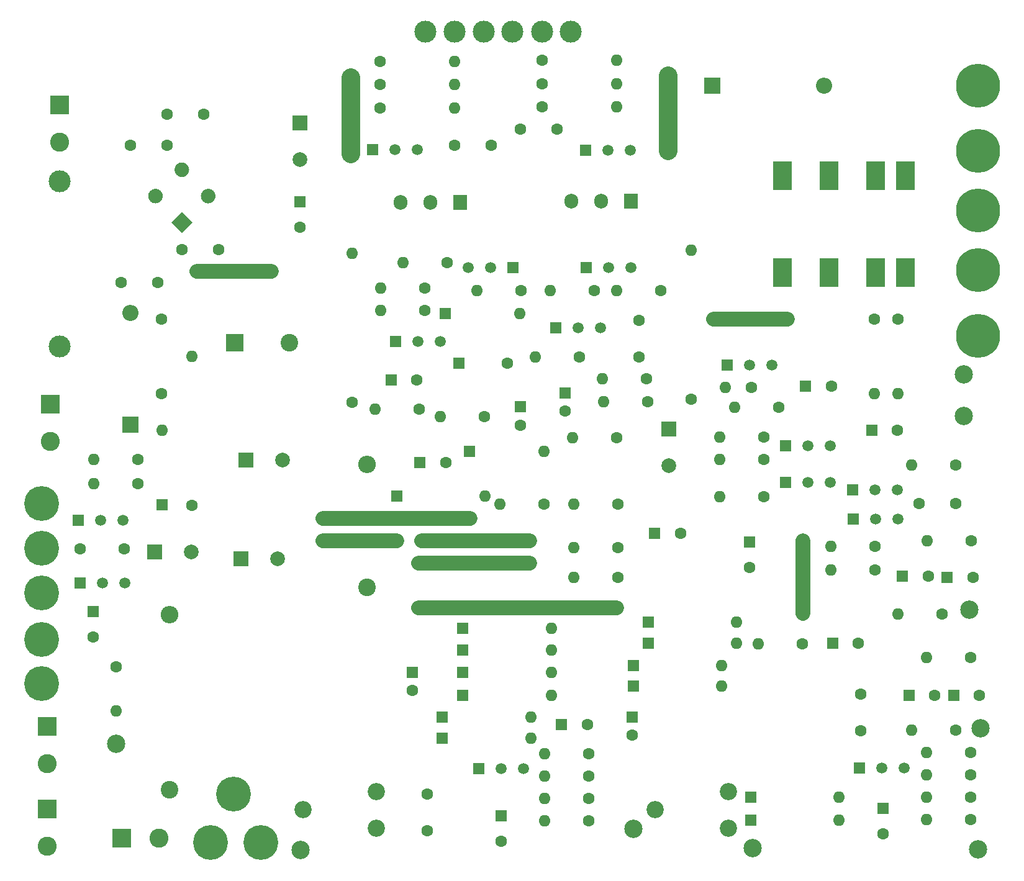
<source format=gbr>
G04 #@! TF.GenerationSoftware,KiCad,Pcbnew,5.1.7*
G04 #@! TF.CreationDate,2020-11-28T14:23:16-05:00*
G04 #@! TF.ProjectId,CR-2020 relay board LC-67183-1,43522d32-3032-4302-9072-656c61792062,1*
G04 #@! TF.SameCoordinates,Original*
G04 #@! TF.FileFunction,Copper,L1,Top*
G04 #@! TF.FilePolarity,Positive*
%FSLAX46Y46*%
G04 Gerber Fmt 4.6, Leading zero omitted, Abs format (unit mm)*
G04 Created by KiCad (PCBNEW 5.1.7) date 2020-11-28 14:23:16*
%MOMM*%
%LPD*%
G01*
G04 APERTURE LIST*
G04 #@! TA.AperFunction,ComponentPad*
%ADD10C,1.600000*%
G04 #@! TD*
G04 #@! TA.AperFunction,ComponentPad*
%ADD11R,1.600000X1.600000*%
G04 #@! TD*
G04 #@! TA.AperFunction,ComponentPad*
%ADD12O,1.600000X1.600000*%
G04 #@! TD*
G04 #@! TA.AperFunction,ComponentPad*
%ADD13O,2.400000X2.400000*%
G04 #@! TD*
G04 #@! TA.AperFunction,ComponentPad*
%ADD14C,2.400000*%
G04 #@! TD*
G04 #@! TA.AperFunction,ComponentPad*
%ADD15C,2.500000*%
G04 #@! TD*
G04 #@! TA.AperFunction,ComponentPad*
%ADD16C,4.750000*%
G04 #@! TD*
G04 #@! TA.AperFunction,ComponentPad*
%ADD17C,6.000000*%
G04 #@! TD*
G04 #@! TA.AperFunction,ComponentPad*
%ADD18C,2.340000*%
G04 #@! TD*
G04 #@! TA.AperFunction,ComponentPad*
%ADD19R,2.600000X2.600000*%
G04 #@! TD*
G04 #@! TA.AperFunction,ComponentPad*
%ADD20C,2.600000*%
G04 #@! TD*
G04 #@! TA.AperFunction,ComponentPad*
%ADD21C,3.000000*%
G04 #@! TD*
G04 #@! TA.AperFunction,ComponentPad*
%ADD22R,2.500000X4.000000*%
G04 #@! TD*
G04 #@! TA.AperFunction,ComponentPad*
%ADD23R,1.500000X1.500000*%
G04 #@! TD*
G04 #@! TA.AperFunction,ComponentPad*
%ADD24C,1.500000*%
G04 #@! TD*
G04 #@! TA.AperFunction,ComponentPad*
%ADD25C,2.000000*%
G04 #@! TD*
G04 #@! TA.AperFunction,ComponentPad*
%ADD26R,2.000000X2.000000*%
G04 #@! TD*
G04 #@! TA.AperFunction,ComponentPad*
%ADD27R,2.400000X2.400000*%
G04 #@! TD*
G04 #@! TA.AperFunction,ComponentPad*
%ADD28O,2.200000X2.200000*%
G04 #@! TD*
G04 #@! TA.AperFunction,ComponentPad*
%ADD29R,2.200000X2.200000*%
G04 #@! TD*
G04 #@! TA.AperFunction,ComponentPad*
%ADD30O,1.905000X2.000000*%
G04 #@! TD*
G04 #@! TA.AperFunction,ComponentPad*
%ADD31R,1.905000X2.000000*%
G04 #@! TD*
G04 #@! TA.AperFunction,ComponentPad*
%ADD32C,0.100000*%
G04 #@! TD*
G04 #@! TA.AperFunction,ViaPad*
%ADD33C,0.889000*%
G04 #@! TD*
G04 #@! TA.AperFunction,Conductor*
%ADD34C,2.500000*%
G04 #@! TD*
G04 #@! TA.AperFunction,Conductor*
%ADD35C,2.000000*%
G04 #@! TD*
G04 APERTURE END LIST*
D10*
X80615800Y-108889800D03*
X74599800Y-108889800D03*
X85623400Y-87757000D03*
X85623400Y-77597000D03*
X85162400Y-72618600D03*
X80162400Y-72618600D03*
X93442800Y-68122800D03*
X88442800Y-68122800D03*
X86407000Y-53898800D03*
X81407000Y-53898800D03*
X91410800Y-49631600D03*
X86410800Y-49631600D03*
X130603000Y-53873400D03*
X125603000Y-53873400D03*
X139620000Y-51638200D03*
X134620000Y-51638200D03*
D11*
X117729000Y-101727000D03*
D12*
X129794000Y-101727000D03*
D13*
X113665000Y-97409000D03*
D14*
X113665000Y-114173000D03*
D13*
X86741000Y-117856000D03*
D14*
X86741000Y-141756000D03*
D15*
X79502000Y-135509000D03*
X195072000Y-85090000D03*
X195072000Y-90805000D03*
D16*
X99187000Y-148971000D03*
X92329000Y-148971000D03*
X95504000Y-142367000D03*
X69342000Y-102743000D03*
X69342000Y-108839000D03*
X69342000Y-114935000D03*
X69342000Y-121285000D03*
X69342000Y-127254000D03*
D15*
X196977000Y-149860000D03*
X166243000Y-149733000D03*
X149987000Y-147066000D03*
X104648000Y-149987000D03*
X197358000Y-133350000D03*
X195834000Y-117221000D03*
D17*
X196977000Y-79883000D03*
X196977000Y-70866000D03*
X196977000Y-45720000D03*
X196977000Y-54610000D03*
X196977000Y-62738000D03*
D18*
X162941000Y-146986000D03*
X152941000Y-144486000D03*
X162941000Y-141986000D03*
X114935000Y-146986000D03*
X104935000Y-144486000D03*
X114935000Y-141986000D03*
D19*
X80264000Y-148336000D03*
D20*
X85344000Y-148336000D03*
D19*
X70104000Y-144399000D03*
D20*
X70104000Y-149479000D03*
D19*
X70104000Y-133096000D03*
D20*
X70104000Y-138176000D03*
D21*
X121666000Y-38378000D03*
X125622000Y-38378000D03*
X129572000Y-38378000D03*
X133522000Y-38378000D03*
X137522000Y-38378000D03*
X141472000Y-38378000D03*
D19*
X70485000Y-89154000D03*
D20*
X70485000Y-94234000D03*
D19*
X71755000Y-48387000D03*
D20*
X71755000Y-53467000D03*
D22*
X187096400Y-71247000D03*
X183007000Y-71247000D03*
X176657000Y-71247000D03*
X170307000Y-71247000D03*
X170307000Y-58039000D03*
X176657000Y-58039000D03*
X183007000Y-58039000D03*
X187096400Y-58039000D03*
D21*
X71755000Y-58801000D03*
X71755000Y-81301000D03*
D12*
X123698000Y-90855800D03*
D10*
X129717800Y-90855800D03*
D12*
X114808000Y-89839800D03*
D10*
X120827800Y-89839800D03*
D23*
X133553200Y-70586600D03*
D24*
X127457200Y-70586600D03*
X130505200Y-70586600D03*
D12*
X128651000Y-73710800D03*
D10*
X134670800Y-73710800D03*
D12*
X141732000Y-93776800D03*
D10*
X147751800Y-93776800D03*
D12*
X115570000Y-76377800D03*
D10*
X121589800Y-76377800D03*
D12*
X115570000Y-73329800D03*
D10*
X121589800Y-73329800D03*
D12*
X118618000Y-69900800D03*
D10*
X124637800Y-69900800D03*
D12*
X145923000Y-88823800D03*
D10*
X151942800Y-88823800D03*
D12*
X145745200Y-85725000D03*
D10*
X151765000Y-85725000D03*
D12*
X136652000Y-82727800D03*
D10*
X142671800Y-82727800D03*
D23*
X143560800Y-70561200D03*
D24*
X149656800Y-70561200D03*
X146608800Y-70561200D03*
D12*
X147701000Y-73710800D03*
D10*
X153720800Y-73710800D03*
D12*
X138684000Y-73710800D03*
D10*
X144703800Y-73710800D03*
D12*
X141859000Y-112826800D03*
D10*
X147878800Y-112826800D03*
D12*
X141859000Y-108762800D03*
D10*
X147878800Y-108762800D03*
D12*
X141859000Y-102793800D03*
D10*
X147878800Y-102793800D03*
D12*
X131826000Y-102793800D03*
D10*
X137845800Y-102793800D03*
D12*
X161798000Y-101777800D03*
D10*
X167817800Y-101777800D03*
D12*
X161798000Y-96697800D03*
D10*
X167817800Y-96697800D03*
D12*
X161798000Y-93649800D03*
D10*
X167817800Y-93649800D03*
D12*
X163830000Y-89585800D03*
D10*
X169849800Y-89585800D03*
D12*
X162560000Y-86868000D03*
D10*
X166116000Y-86868000D03*
D12*
X187960000Y-97459800D03*
D10*
X193979800Y-97459800D03*
D12*
X190068200Y-107823000D03*
D10*
X196088000Y-107823000D03*
D12*
X176911000Y-111810800D03*
D10*
X182930800Y-111810800D03*
D12*
X176911000Y-108585000D03*
D10*
X182930800Y-108585000D03*
D12*
X167005000Y-121843800D03*
D10*
X173024800Y-121843800D03*
D12*
X186055000Y-117779800D03*
D10*
X192074800Y-117779800D03*
D12*
X189992000Y-123748800D03*
D10*
X196011800Y-123748800D03*
D12*
X189992000Y-145846800D03*
D10*
X196011800Y-145846800D03*
D12*
X189992000Y-142798800D03*
D10*
X196011800Y-142798800D03*
D12*
X189992000Y-139750800D03*
D10*
X196011800Y-139750800D03*
D12*
X189992000Y-136702800D03*
D10*
X196011800Y-136702800D03*
D12*
X187960000Y-133654800D03*
D10*
X193979800Y-133654800D03*
D12*
X137922000Y-136829800D03*
D10*
X143941800Y-136829800D03*
D12*
X137922000Y-139877800D03*
D10*
X143941800Y-139877800D03*
D12*
X137922000Y-145973800D03*
D10*
X143941800Y-145973800D03*
D12*
X137922000Y-142925800D03*
D10*
X143941800Y-142925800D03*
D12*
X79502000Y-130987800D03*
D10*
X79502000Y-124968000D03*
D12*
X76454000Y-99999800D03*
D10*
X82473800Y-99999800D03*
D12*
X76454000Y-96697800D03*
D10*
X82473800Y-96697800D03*
D12*
X186055000Y-87757000D03*
D10*
X186055000Y-77597000D03*
D12*
X182880000Y-87757000D03*
D10*
X182880000Y-77597000D03*
D12*
X147701000Y-48641000D03*
D10*
X137541000Y-48641000D03*
D12*
X147701000Y-42291000D03*
D10*
X137541000Y-42291000D03*
D12*
X147701000Y-45466000D03*
D10*
X137541000Y-45466000D03*
D12*
X125603000Y-42418000D03*
D10*
X115443000Y-42418000D03*
D12*
X125603000Y-48768000D03*
D10*
X115443000Y-48768000D03*
D12*
X125603000Y-45593000D03*
D10*
X115443000Y-45593000D03*
X132842000Y-83566000D03*
D11*
X126238000Y-83566000D03*
D10*
X120467000Y-85852000D03*
D11*
X116967000Y-85852000D03*
D10*
X124404000Y-97155000D03*
D11*
X120904000Y-97155000D03*
D10*
X134620000Y-92035000D03*
D11*
X134620000Y-89535000D03*
D10*
X140716000Y-90130000D03*
D11*
X140716000Y-87630000D03*
D25*
X154813000Y-97583000D03*
D26*
X154813000Y-92583000D03*
D10*
X176982000Y-86741000D03*
D11*
X173482000Y-86741000D03*
D10*
X185999000Y-92710000D03*
D11*
X182499000Y-92710000D03*
D10*
X165862000Y-111450000D03*
D11*
X165862000Y-107950000D03*
D10*
X180665000Y-121793000D03*
D11*
X177165000Y-121793000D03*
D10*
X196286000Y-112776000D03*
D11*
X192786000Y-112776000D03*
D10*
X190190000Y-112649000D03*
D11*
X186690000Y-112649000D03*
D10*
X76327000Y-120975000D03*
D11*
X76327000Y-117475000D03*
D10*
X143708000Y-132842000D03*
D11*
X140208000Y-132842000D03*
D10*
X197175000Y-128905000D03*
D11*
X193675000Y-128905000D03*
D10*
X191079000Y-128905000D03*
D11*
X187579000Y-128905000D03*
D10*
X184023000Y-147772000D03*
D11*
X184023000Y-144272000D03*
D10*
X149860000Y-134326000D03*
D11*
X149860000Y-131826000D03*
D10*
X119888000Y-128230000D03*
D11*
X119888000Y-125730000D03*
D10*
X131953000Y-148788000D03*
D11*
X131953000Y-145288000D03*
D25*
X89709000Y-109347000D03*
D26*
X84709000Y-109347000D03*
D25*
X101520000Y-110236000D03*
D26*
X96520000Y-110236000D03*
D25*
X102155000Y-96774000D03*
D26*
X97155000Y-96774000D03*
D12*
X89789000Y-82677000D03*
D10*
X89789000Y-102997000D03*
D14*
X103131000Y-80772000D03*
D27*
X95631000Y-80772000D03*
D10*
X104521000Y-65095000D03*
D11*
X104521000Y-61595000D03*
D25*
X104521000Y-55800000D03*
D26*
X104521000Y-50800000D03*
D10*
X156408000Y-106807000D03*
D11*
X152908000Y-106807000D03*
D10*
X150749000Y-77724000D03*
X150749000Y-82724000D03*
X193976000Y-102743000D03*
X188976000Y-102743000D03*
X180975000Y-128731000D03*
X180975000Y-133731000D03*
X121920000Y-142320000D03*
X121920000Y-147320000D03*
X157861000Y-88519000D03*
D12*
X157861000Y-68199000D03*
X111633000Y-68580000D03*
D10*
X111633000Y-88900000D03*
D28*
X176022000Y-45720000D03*
D29*
X160782000Y-45720000D03*
D12*
X137795000Y-95631000D03*
D11*
X127635000Y-95631000D03*
D12*
X85725000Y-92710000D03*
D11*
X85725000Y-102870000D03*
D12*
X134493000Y-76835000D03*
D11*
X124333000Y-76835000D03*
D28*
X81407000Y-76708000D03*
D29*
X81407000Y-91948000D03*
D11*
X165989000Y-145923000D03*
D12*
X178054000Y-145923000D03*
D11*
X165989000Y-142748000D03*
D12*
X178054000Y-142748000D03*
D11*
X123952000Y-134747000D03*
D12*
X136017000Y-134747000D03*
D11*
X123952000Y-131826000D03*
D12*
X136017000Y-131826000D03*
D11*
X149987000Y-127635000D03*
D12*
X162052000Y-127635000D03*
D11*
X149987000Y-124841000D03*
D12*
X162052000Y-124841000D03*
D11*
X152019000Y-121793000D03*
D12*
X164084000Y-121793000D03*
D11*
X152019000Y-118872000D03*
D12*
X164084000Y-118872000D03*
D11*
X126746000Y-128905000D03*
D12*
X138811000Y-128905000D03*
D11*
X126746000Y-125730000D03*
D12*
X138811000Y-125730000D03*
D11*
X126746000Y-122682000D03*
D12*
X138811000Y-122682000D03*
D11*
X126746000Y-119761000D03*
D12*
X138811000Y-119761000D03*
D30*
X141528800Y-61518800D03*
X145592800Y-61518800D03*
D31*
X149656800Y-61518800D03*
D30*
X118287800Y-61696600D03*
X122351800Y-61696600D03*
D31*
X126415800Y-61696600D03*
D23*
X74320400Y-105054400D03*
D24*
X80416400Y-105054400D03*
X77368400Y-105054400D03*
D23*
X74549000Y-113588800D03*
D24*
X80645000Y-113588800D03*
X77597000Y-113588800D03*
D23*
X128930400Y-138861800D03*
D24*
X135026400Y-138861800D03*
X131978400Y-138861800D03*
D23*
X180797200Y-138836400D03*
D24*
X186893200Y-138836400D03*
X183845200Y-138836400D03*
D23*
X179959000Y-104825800D03*
D24*
X186055000Y-104825800D03*
X183007000Y-104825800D03*
D23*
X179857400Y-100888800D03*
D24*
X185953400Y-100888800D03*
X182905400Y-100888800D03*
D23*
X170738800Y-99872800D03*
D24*
X176834800Y-99872800D03*
X173786800Y-99872800D03*
D23*
X170764200Y-94818200D03*
D24*
X176860200Y-94818200D03*
X173812200Y-94818200D03*
D23*
X162788600Y-83845400D03*
D24*
X168884600Y-83845400D03*
X165836600Y-83845400D03*
D23*
X139420600Y-78765400D03*
D24*
X145516600Y-78765400D03*
X142468600Y-78765400D03*
D23*
X117551200Y-80645000D03*
D24*
X123647200Y-80645000D03*
X120599200Y-80645000D03*
D23*
X143484600Y-54559200D03*
D24*
X149580600Y-54559200D03*
X146532600Y-54559200D03*
D23*
X114401600Y-54483000D03*
D24*
X120497600Y-54483000D03*
X117449600Y-54483000D03*
G04 #@! TA.AperFunction,ComponentPad*
D32*
G36*
X89846312Y-64399702D02*
G01*
X88432098Y-65813916D01*
X87017884Y-64399702D01*
X88432098Y-62985488D01*
X89846312Y-64399702D01*
G37*
G04 #@! TD.AperFunction*
G04 #@! TA.AperFunction,ComponentPad*
G36*
G01*
X89139205Y-57922604D02*
X89139205Y-57922604D01*
G75*
G02*
X87724991Y-57922604I-707107J707107D01*
G01*
X87724991Y-57922604D01*
G75*
G02*
X87724991Y-56508390I707107J707107D01*
G01*
X87724991Y-56508390D01*
G75*
G02*
X89139205Y-56508390I707107J-707107D01*
G01*
X89139205Y-56508390D01*
G75*
G02*
X89139205Y-57922604I-707107J-707107D01*
G01*
G37*
G04 #@! TD.AperFunction*
G04 #@! TA.AperFunction,ComponentPad*
G36*
G01*
X92731307Y-61514707D02*
X92731307Y-61514707D01*
G75*
G02*
X91317093Y-61514707I-707107J707107D01*
G01*
X91317093Y-61514707D01*
G75*
G02*
X91317093Y-60100493I707107J707107D01*
G01*
X91317093Y-60100493D01*
G75*
G02*
X92731307Y-60100493I707107J-707107D01*
G01*
X92731307Y-60100493D01*
G75*
G02*
X92731307Y-61514707I-707107J-707107D01*
G01*
G37*
G04 #@! TD.AperFunction*
G04 #@! TA.AperFunction,ComponentPad*
G36*
G01*
X85547103Y-61514707D02*
X85547103Y-61514707D01*
G75*
G02*
X84132889Y-61514707I-707107J707107D01*
G01*
X84132889Y-61514707D01*
G75*
G02*
X84132889Y-60100493I707107J707107D01*
G01*
X84132889Y-60100493D01*
G75*
G02*
X85547103Y-60100493I707107J-707107D01*
G01*
X85547103Y-60100493D01*
G75*
G02*
X85547103Y-61514707I-707107J-707107D01*
G01*
G37*
G04 #@! TD.AperFunction*
D33*
X154762200Y-44368720D03*
X154762200Y-54643020D03*
X111455200Y-44678600D03*
X111455200Y-55041800D03*
X100660200Y-71043800D03*
X90449400Y-71043800D03*
X160883600Y-77622400D03*
X170992800Y-77622400D03*
X107670600Y-104800400D03*
X127736600Y-104800400D03*
X107670600Y-107823000D03*
X117754400Y-107823000D03*
X121107200Y-107823000D03*
X135890000Y-107823000D03*
X120726200Y-110871000D03*
X135890000Y-110871000D03*
X120726200Y-116916200D03*
X147675600Y-116916200D03*
X173075600Y-117729000D03*
X173075600Y-107772200D03*
D34*
X154762200Y-54643020D02*
X154762200Y-44368720D01*
X111455200Y-55041800D02*
X111455200Y-44678600D01*
D35*
X90449400Y-71043800D02*
X100660200Y-71043800D01*
X160883600Y-77622400D02*
X170992800Y-77622400D01*
X127736600Y-104800400D02*
X107670600Y-104800400D01*
X117754400Y-107823000D02*
X107670600Y-107823000D01*
X135890000Y-107823000D02*
X121107200Y-107823000D01*
X135890000Y-110871000D02*
X120726200Y-110871000D01*
X147675600Y-116916200D02*
X120726200Y-116916200D01*
X173075600Y-107772200D02*
X173075600Y-117729000D01*
M02*

</source>
